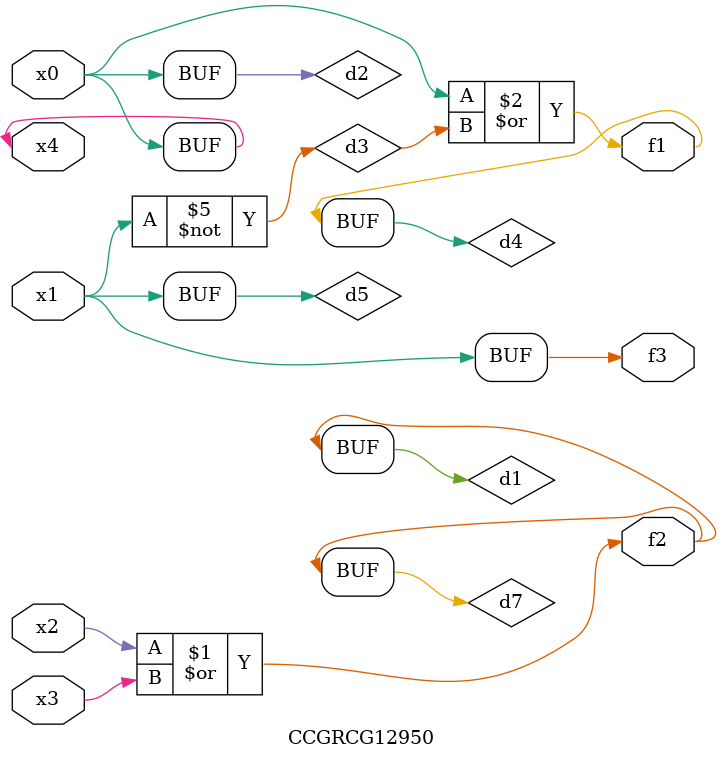
<source format=v>
module CCGRCG12950(
	input x0, x1, x2, x3, x4,
	output f1, f2, f3
);

	wire d1, d2, d3, d4, d5, d6, d7;

	or (d1, x2, x3);
	buf (d2, x0, x4);
	not (d3, x1);
	or (d4, d2, d3);
	not (d5, d3);
	nand (d6, d1, d3);
	or (d7, d1);
	assign f1 = d4;
	assign f2 = d7;
	assign f3 = d5;
endmodule

</source>
